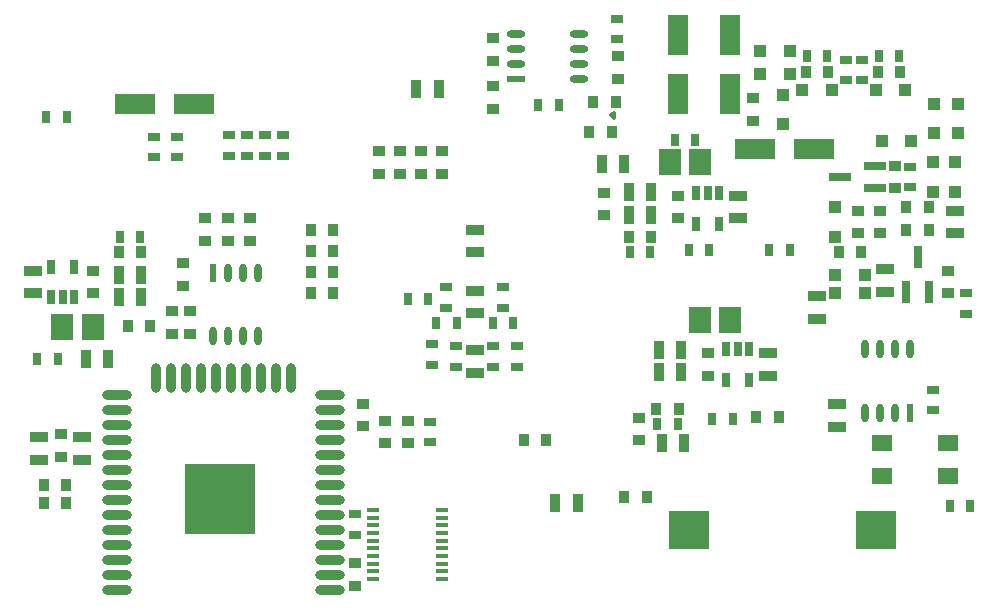
<source format=gbp>
G04 #@! TF.GenerationSoftware,KiCad,Pcbnew,5.0.0-rc2-dev-unknown+dfsg1+20180318-2*
G04 #@! TF.CreationDate,2018-05-15T09:23:06+02:00*
G04 #@! TF.ProjectId,ulx3s,756C7833732E6B696361645F70636200,rev?*
G04 #@! TF.SameCoordinates,Original*
G04 #@! TF.FileFunction,Paste,Bot*
G04 #@! TF.FilePolarity,Positive*
%FSLAX46Y46*%
G04 Gerber Fmt 4.6, Leading zero omitted, Abs format (unit mm)*
G04 Created by KiCad (PCBNEW 5.0.0-rc2-dev-unknown+dfsg1+20180318-2) date Tue May 15 09:23:06 2018*
%MOMM*%
%LPD*%
G01*
G04 APERTURE LIST*
%ADD10C,0.350000*%
%ADD11R,0.700000X1.200000*%
%ADD12R,1.000000X0.400000*%
%ADD13R,3.500000X3.300000*%
%ADD14R,0.600000X1.550000*%
%ADD15O,0.600000X1.550000*%
%ADD16R,1.550000X0.600000*%
%ADD17O,1.550000X0.600000*%
%ADD18O,2.500000X0.900000*%
%ADD19O,0.900000X2.500000*%
%ADD20R,6.000000X6.000000*%
%ADD21R,1.800000X1.400000*%
%ADD22R,0.970000X1.500000*%
%ADD23R,1.500000X0.970000*%
%ADD24R,0.670000X1.000000*%
%ADD25R,1.000000X0.670000*%
%ADD26R,1.825000X2.200000*%
%ADD27R,1.000000X1.000000*%
%ADD28R,0.800000X1.900000*%
%ADD29R,1.900000X0.800000*%
%ADD30R,3.500000X1.800000*%
%ADD31R,1.800000X3.500000*%
%ADD32R,0.845000X1.000000*%
%ADD33R,1.000000X0.845000*%
G04 APERTURE END LIST*
D10*
X150296000Y-71062000D02*
X150046000Y-70812000D01*
X150046000Y-70812000D02*
X150296000Y-70562000D01*
X150296000Y-70562000D02*
X150296000Y-71062000D01*
D11*
X159825000Y-90600000D03*
X160775000Y-90600000D03*
X161725000Y-90600000D03*
X161725000Y-93200000D03*
X159825000Y-93200000D03*
X104575000Y-86215000D03*
X103625000Y-86215000D03*
X102675000Y-86215000D03*
X102675000Y-83615000D03*
X104575000Y-83615000D03*
X157285000Y-77392000D03*
X158235000Y-77392000D03*
X159185000Y-77392000D03*
X159185000Y-79992000D03*
X157285000Y-79992000D03*
D12*
X135735000Y-104215000D03*
X135735000Y-104865000D03*
X135735000Y-105515000D03*
X135735000Y-106165000D03*
X135735000Y-106815000D03*
X135735000Y-107465000D03*
X135735000Y-108115000D03*
X135735000Y-108765000D03*
X135735000Y-109415000D03*
X135735000Y-110065000D03*
X129935000Y-110065000D03*
X129935000Y-109415000D03*
X129935000Y-108765000D03*
X129935000Y-108115000D03*
X129935000Y-107465000D03*
X129935000Y-106815000D03*
X129935000Y-106165000D03*
X129935000Y-105515000D03*
X129935000Y-104865000D03*
X129935000Y-104215000D03*
D13*
X172485000Y-105870000D03*
X156685000Y-105870000D03*
D14*
X175395000Y-96015000D03*
D15*
X174125000Y-96015000D03*
X172855000Y-96015000D03*
X171585000Y-96015000D03*
X171585000Y-90615000D03*
X172855000Y-90615000D03*
X174125000Y-90615000D03*
X175395000Y-90615000D03*
D16*
X141980000Y-67706500D03*
D17*
X141980000Y-66436500D03*
X141980000Y-65166500D03*
X141980000Y-63896500D03*
X147380000Y-63896500D03*
X147380000Y-65166500D03*
X147380000Y-66436500D03*
X147380000Y-67706500D03*
D14*
X116325000Y-84120000D03*
D15*
X117595000Y-84120000D03*
X118865000Y-84120000D03*
X120135000Y-84120000D03*
X120135000Y-89520000D03*
X118865000Y-89520000D03*
X117595000Y-89520000D03*
X116325000Y-89520000D03*
D18*
X126230000Y-111000000D03*
X126230000Y-109730000D03*
X126230000Y-108460000D03*
X126230000Y-107190000D03*
X126230000Y-105920000D03*
X126230000Y-104650000D03*
X126230000Y-103380000D03*
X126230000Y-102110000D03*
X126230000Y-100840000D03*
X126230000Y-99570000D03*
X126230000Y-98300000D03*
X126230000Y-97030000D03*
X126230000Y-95760000D03*
X126230000Y-94490000D03*
D19*
X122945000Y-93000000D03*
X121675000Y-93000000D03*
X120405000Y-93000000D03*
X119135000Y-93000000D03*
X117865000Y-93000000D03*
X116595000Y-93000000D03*
X115325000Y-93000000D03*
X114055000Y-93000000D03*
X112785000Y-93000000D03*
X111515000Y-93000000D03*
D18*
X108230000Y-94490000D03*
X108230000Y-95760000D03*
X108230000Y-97030000D03*
X108230000Y-98300000D03*
X108230000Y-99570000D03*
X108230000Y-100840000D03*
X108230000Y-102110000D03*
X108230000Y-103380000D03*
X108230000Y-104650000D03*
X108230000Y-105920000D03*
X108230000Y-107190000D03*
X108230000Y-108460000D03*
X108230000Y-109730000D03*
X108230000Y-111000000D03*
D20*
X116930000Y-103300000D03*
D21*
X178576000Y-98522000D03*
X172976000Y-98522000D03*
X172976000Y-101322000D03*
X178576000Y-101322000D03*
D22*
X133546000Y-68550000D03*
X135456000Y-68550000D03*
D23*
X101085000Y-83960000D03*
X101085000Y-85870000D03*
D24*
X153985000Y-96910000D03*
X155735000Y-96910000D03*
D22*
X156015000Y-90630000D03*
X154105000Y-90630000D03*
X154105000Y-92535000D03*
X156015000Y-92535000D03*
D23*
X163315000Y-90945000D03*
X163315000Y-92855000D03*
D24*
X151645000Y-82375000D03*
X153395000Y-82375000D03*
D22*
X153475000Y-79200000D03*
X151565000Y-79200000D03*
X153475000Y-77295000D03*
X151565000Y-77295000D03*
D23*
X160775000Y-79520000D03*
X160775000Y-77610000D03*
D24*
X108465000Y-81105000D03*
X110215000Y-81105000D03*
D22*
X108385000Y-84280000D03*
X110295000Y-84280000D03*
X110295000Y-86185000D03*
X108385000Y-86185000D03*
D23*
X173221000Y-83833000D03*
X173221000Y-85743000D03*
D25*
X175380000Y-76900000D03*
X175380000Y-75150000D03*
D23*
X105276000Y-99967000D03*
X105276000Y-98057000D03*
X167506000Y-88029000D03*
X167506000Y-86119000D03*
X138500000Y-90665000D03*
X138500000Y-92575000D03*
D25*
X150589600Y-64359000D03*
X150589600Y-62609000D03*
D23*
X138500000Y-82375000D03*
X138500000Y-80465000D03*
X138500000Y-87575000D03*
X138500000Y-85665000D03*
X101593000Y-99967000D03*
X101593000Y-98057000D03*
D22*
X154359000Y-98504000D03*
X156269000Y-98504000D03*
X105591000Y-91392000D03*
X107501000Y-91392000D03*
X151189000Y-74882000D03*
X149279000Y-74882000D03*
D25*
X140900000Y-87095000D03*
X140900000Y-85345000D03*
X136100000Y-87095000D03*
X136100000Y-85345000D03*
X136900000Y-92095000D03*
X136900000Y-90345000D03*
X140100000Y-90345000D03*
X140100000Y-92095000D03*
X142100000Y-92095000D03*
X142100000Y-90345000D03*
X134900000Y-90145000D03*
X134900000Y-91895000D03*
D24*
X135225000Y-88420000D03*
X136975000Y-88420000D03*
X140025000Y-88420000D03*
X141775000Y-88420000D03*
X163425000Y-82220000D03*
X165175000Y-82220000D03*
X158375000Y-82220000D03*
X156625000Y-82220000D03*
D25*
X177300000Y-94025000D03*
X177300000Y-95775000D03*
D22*
X145342000Y-103584000D03*
X147252000Y-103584000D03*
D24*
X103995000Y-70963000D03*
X102245000Y-70963000D03*
X103245000Y-91410000D03*
X101495000Y-91410000D03*
D25*
X180094000Y-87586000D03*
X180094000Y-85836000D03*
D24*
X180473000Y-103856000D03*
X178723000Y-103856000D03*
X158645000Y-96490000D03*
X160395000Y-96490000D03*
X132827200Y-86330000D03*
X134577200Y-86330000D03*
D23*
X169172000Y-95281000D03*
X169172000Y-97191000D03*
X179190000Y-80790000D03*
X179190000Y-78880000D03*
D26*
X157582500Y-88090000D03*
X160157500Y-88090000D03*
X103607500Y-88725000D03*
X106182500Y-88725000D03*
X157617500Y-74755000D03*
X155042500Y-74755000D03*
D27*
X169050000Y-84280000D03*
X171550000Y-84280000D03*
X169030000Y-78585000D03*
X169030000Y-81085000D03*
X171550000Y-85804000D03*
X169050000Y-85804000D03*
X179190000Y-74775000D03*
X179190000Y-77275000D03*
X177285000Y-77275000D03*
X177285000Y-74775000D03*
X172987000Y-72977000D03*
X175487000Y-72977000D03*
X164585000Y-69060000D03*
X164585000Y-71560000D03*
X168756000Y-68659000D03*
X166256000Y-68659000D03*
X174979000Y-68659000D03*
X172479000Y-68659000D03*
X165200000Y-67262000D03*
X162700000Y-67262000D03*
X162700000Y-65357000D03*
X165200000Y-65357000D03*
X177412000Y-72322000D03*
X177412000Y-69822000D03*
X179444000Y-69822000D03*
X179444000Y-72322000D03*
D28*
X176015000Y-82780000D03*
X175065000Y-85780000D03*
X176965000Y-85780000D03*
D29*
X172435000Y-75075000D03*
X172435000Y-76975000D03*
X169435000Y-76025000D03*
D30*
X114761000Y-69802000D03*
X109761000Y-69802000D03*
X167212000Y-73612000D03*
X162212000Y-73612000D03*
D31*
X155695000Y-69000000D03*
X155695000Y-64000000D03*
X160140000Y-69000000D03*
X160140000Y-64000000D03*
D32*
X169337500Y-82375000D03*
X171262500Y-82375000D03*
D33*
X172840000Y-78872500D03*
X172840000Y-80797500D03*
X162045000Y-69347500D03*
X162045000Y-71272500D03*
D32*
X176977500Y-80470000D03*
X175052500Y-80470000D03*
D33*
X174110000Y-75062500D03*
X174110000Y-76987500D03*
X178555000Y-85877500D03*
X178555000Y-83952500D03*
X113785000Y-83317500D03*
X113785000Y-85242500D03*
X170935000Y-78872500D03*
X170935000Y-80797500D03*
X128390000Y-108717500D03*
X128390000Y-110642500D03*
D32*
X151176500Y-103076000D03*
X153101500Y-103076000D03*
D33*
X119500000Y-81432500D03*
X119500000Y-79507500D03*
X114420000Y-89306500D03*
X114420000Y-87381500D03*
D32*
X176977500Y-78565000D03*
X175052500Y-78565000D03*
X124633500Y-85804000D03*
X126558500Y-85804000D03*
X126558500Y-84026000D03*
X124633500Y-84026000D03*
X126558500Y-82248000D03*
X124633500Y-82248000D03*
X124633500Y-80470000D03*
X126558500Y-80470000D03*
D33*
X130422000Y-73810500D03*
X130422000Y-75735500D03*
X132200000Y-73810500D03*
X132200000Y-75735500D03*
X133993000Y-73810500D03*
X133993000Y-75735500D03*
X135771000Y-75735500D03*
X135771000Y-73810500D03*
X140025500Y-64267500D03*
X140025500Y-66192500D03*
X140025500Y-68349500D03*
X140025500Y-70274500D03*
X150615000Y-65809500D03*
X150615000Y-67734500D03*
D32*
X150137500Y-72215000D03*
X148212500Y-72215000D03*
X148524500Y-69693000D03*
X150449500Y-69693000D03*
D33*
X129025000Y-95212500D03*
X129025000Y-97137500D03*
X117595000Y-79507500D03*
X117595000Y-81432500D03*
X112896000Y-87381500D03*
X112896000Y-89306500D03*
X115690000Y-81432500D03*
X115690000Y-79507500D03*
D32*
X142667500Y-98250000D03*
X144592500Y-98250000D03*
D33*
X132835000Y-98577500D03*
X132835000Y-96652500D03*
X130930000Y-96652500D03*
X130930000Y-98577500D03*
D32*
X103952500Y-103600000D03*
X102027500Y-103600000D03*
X103952500Y-102060000D03*
X102027500Y-102060000D03*
D33*
X103498000Y-99720500D03*
X103498000Y-97795500D03*
D32*
X164277500Y-96345000D03*
X162352500Y-96345000D03*
D25*
X113277000Y-74360000D03*
X113277000Y-72610000D03*
X111372000Y-72610000D03*
X111372000Y-74360000D03*
D24*
X155455000Y-72850000D03*
X157205000Y-72850000D03*
D25*
X171316000Y-66090000D03*
X171316000Y-67840000D03*
X169919000Y-67840000D03*
X169919000Y-66090000D03*
D24*
X174477000Y-65738000D03*
X172727000Y-65738000D03*
D25*
X134740000Y-96740000D03*
X134740000Y-98490000D03*
X128390000Y-106321000D03*
X128390000Y-104571000D03*
X117722000Y-72483000D03*
X117722000Y-74233000D03*
X119246000Y-74233000D03*
X119246000Y-72483000D03*
X120770000Y-72483000D03*
X120770000Y-74233000D03*
X122294000Y-74233000D03*
X122294000Y-72483000D03*
D24*
X145655000Y-69900000D03*
X143905000Y-69900000D03*
D32*
X166543500Y-67135000D03*
X168468500Y-67135000D03*
X172637500Y-67120000D03*
X174562500Y-67120000D03*
X153897500Y-95640000D03*
X155822500Y-95640000D03*
X110302500Y-82375000D03*
X108377500Y-82375000D03*
X151557500Y-81105000D03*
X153482500Y-81105000D03*
D33*
X158235000Y-90937500D03*
X158235000Y-92862500D03*
X106165000Y-83952500D03*
X106165000Y-85877500D03*
X155695000Y-77602500D03*
X155695000Y-79527500D03*
X152393000Y-96398500D03*
X152393000Y-98323500D03*
D32*
X111064500Y-88598000D03*
X109139500Y-88598000D03*
D33*
X149472000Y-77348500D03*
X149472000Y-79273500D03*
D24*
X166631000Y-65738000D03*
X168381000Y-65738000D03*
M02*

</source>
